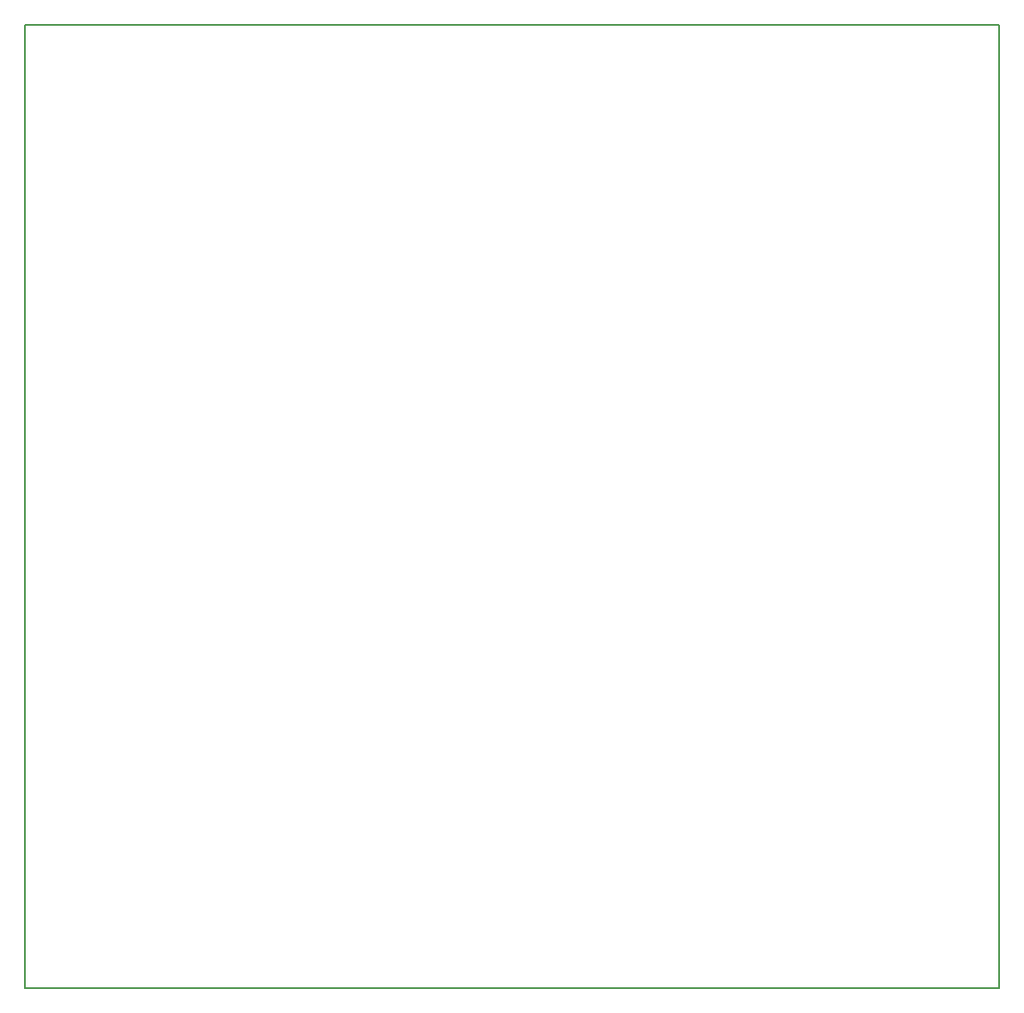
<source format=gbr>
G04 #@! TF.GenerationSoftware,KiCad,Pcbnew,(5.0.0-rc2-dev-787-g2d812c2)*
G04 #@! TF.CreationDate,2018-05-25T09:12:23+09:00*
G04 #@! TF.ProjectId,BLOCKSmodular-hardware,424C4F434B536D6F64756C61722D6861,rev?*
G04 #@! TF.SameCoordinates,Original*
G04 #@! TF.FileFunction,Profile,NP*
%FSLAX46Y46*%
G04 Gerber Fmt 4.6, Leading zero omitted, Abs format (unit mm)*
G04 Created by KiCad (PCBNEW (5.0.0-rc2-dev-787-g2d812c2)) date *
%MOMM*%
%LPD*%
G01*
G04 APERTURE LIST*
%ADD10C,0.150000*%
G04 APERTURE END LIST*
D10*
X59280000Y-25170000D02*
X155280000Y-25170000D01*
X155280000Y-25170000D02*
X155280000Y-120170000D01*
X59280000Y-120170000D02*
X59280000Y-25170000D01*
X155280000Y-120170000D02*
X59280000Y-120170000D01*
M02*

</source>
